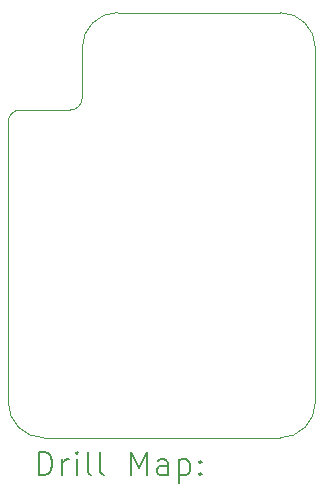
<source format=gbr>
%TF.GenerationSoftware,KiCad,Pcbnew,8.0.2*%
%TF.CreationDate,2024-05-30T14:18:01+02:00*%
%TF.ProjectId,MPPT_solar_charger_expansion_board,4d505054-5f73-46f6-9c61-725f63686172,1.00*%
%TF.SameCoordinates,Original*%
%TF.FileFunction,Drillmap*%
%TF.FilePolarity,Positive*%
%FSLAX45Y45*%
G04 Gerber Fmt 4.5, Leading zero omitted, Abs format (unit mm)*
G04 Created by KiCad (PCBNEW 8.0.2) date 2024-05-30 14:18:01*
%MOMM*%
%LPD*%
G01*
G04 APERTURE LIST*
%ADD10C,0.100000*%
%ADD11C,0.200000*%
G04 APERTURE END LIST*
D10*
X13417800Y-11339640D02*
X15417800Y-11339640D01*
X15717800Y-11039640D02*
X15717800Y-8039640D01*
X13742800Y-8039640D02*
X13742800Y-8464640D01*
X13642800Y-8564640D02*
X13217800Y-8564640D01*
X13417800Y-11339640D02*
G75*
G02*
X13117800Y-11039640I0J300000D01*
G01*
X13117800Y-8664640D02*
X13117800Y-11039640D01*
X15417800Y-7739640D02*
G75*
G02*
X15717800Y-8039640I0J-300000D01*
G01*
X13742800Y-8039640D02*
G75*
G02*
X14042800Y-7739640I300000J0D01*
G01*
X15717800Y-11039640D02*
G75*
G02*
X15417800Y-11339640I-300000J0D01*
G01*
X13742800Y-8464640D02*
G75*
G02*
X13642800Y-8564640I-100000J0D01*
G01*
X13117800Y-8664640D02*
G75*
G02*
X13217800Y-8564640I100000J0D01*
G01*
X15417800Y-7739640D02*
X14042800Y-7739640D01*
D11*
X13373577Y-11656124D02*
X13373577Y-11456124D01*
X13373577Y-11456124D02*
X13421196Y-11456124D01*
X13421196Y-11456124D02*
X13449767Y-11465648D01*
X13449767Y-11465648D02*
X13468815Y-11484695D01*
X13468815Y-11484695D02*
X13478339Y-11503743D01*
X13478339Y-11503743D02*
X13487862Y-11541838D01*
X13487862Y-11541838D02*
X13487862Y-11570409D01*
X13487862Y-11570409D02*
X13478339Y-11608505D01*
X13478339Y-11608505D02*
X13468815Y-11627552D01*
X13468815Y-11627552D02*
X13449767Y-11646600D01*
X13449767Y-11646600D02*
X13421196Y-11656124D01*
X13421196Y-11656124D02*
X13373577Y-11656124D01*
X13573577Y-11656124D02*
X13573577Y-11522790D01*
X13573577Y-11560886D02*
X13583101Y-11541838D01*
X13583101Y-11541838D02*
X13592624Y-11532314D01*
X13592624Y-11532314D02*
X13611672Y-11522790D01*
X13611672Y-11522790D02*
X13630720Y-11522790D01*
X13697386Y-11656124D02*
X13697386Y-11522790D01*
X13697386Y-11456124D02*
X13687862Y-11465648D01*
X13687862Y-11465648D02*
X13697386Y-11475171D01*
X13697386Y-11475171D02*
X13706910Y-11465648D01*
X13706910Y-11465648D02*
X13697386Y-11456124D01*
X13697386Y-11456124D02*
X13697386Y-11475171D01*
X13821196Y-11656124D02*
X13802148Y-11646600D01*
X13802148Y-11646600D02*
X13792624Y-11627552D01*
X13792624Y-11627552D02*
X13792624Y-11456124D01*
X13925958Y-11656124D02*
X13906910Y-11646600D01*
X13906910Y-11646600D02*
X13897386Y-11627552D01*
X13897386Y-11627552D02*
X13897386Y-11456124D01*
X14154529Y-11656124D02*
X14154529Y-11456124D01*
X14154529Y-11456124D02*
X14221196Y-11598981D01*
X14221196Y-11598981D02*
X14287862Y-11456124D01*
X14287862Y-11456124D02*
X14287862Y-11656124D01*
X14468815Y-11656124D02*
X14468815Y-11551362D01*
X14468815Y-11551362D02*
X14459291Y-11532314D01*
X14459291Y-11532314D02*
X14440243Y-11522790D01*
X14440243Y-11522790D02*
X14402148Y-11522790D01*
X14402148Y-11522790D02*
X14383101Y-11532314D01*
X14468815Y-11646600D02*
X14449767Y-11656124D01*
X14449767Y-11656124D02*
X14402148Y-11656124D01*
X14402148Y-11656124D02*
X14383101Y-11646600D01*
X14383101Y-11646600D02*
X14373577Y-11627552D01*
X14373577Y-11627552D02*
X14373577Y-11608505D01*
X14373577Y-11608505D02*
X14383101Y-11589457D01*
X14383101Y-11589457D02*
X14402148Y-11579933D01*
X14402148Y-11579933D02*
X14449767Y-11579933D01*
X14449767Y-11579933D02*
X14468815Y-11570409D01*
X14564053Y-11522790D02*
X14564053Y-11722790D01*
X14564053Y-11532314D02*
X14583101Y-11522790D01*
X14583101Y-11522790D02*
X14621196Y-11522790D01*
X14621196Y-11522790D02*
X14640243Y-11532314D01*
X14640243Y-11532314D02*
X14649767Y-11541838D01*
X14649767Y-11541838D02*
X14659291Y-11560886D01*
X14659291Y-11560886D02*
X14659291Y-11618028D01*
X14659291Y-11618028D02*
X14649767Y-11637076D01*
X14649767Y-11637076D02*
X14640243Y-11646600D01*
X14640243Y-11646600D02*
X14621196Y-11656124D01*
X14621196Y-11656124D02*
X14583101Y-11656124D01*
X14583101Y-11656124D02*
X14564053Y-11646600D01*
X14745005Y-11637076D02*
X14754529Y-11646600D01*
X14754529Y-11646600D02*
X14745005Y-11656124D01*
X14745005Y-11656124D02*
X14735482Y-11646600D01*
X14735482Y-11646600D02*
X14745005Y-11637076D01*
X14745005Y-11637076D02*
X14745005Y-11656124D01*
X14745005Y-11532314D02*
X14754529Y-11541838D01*
X14754529Y-11541838D02*
X14745005Y-11551362D01*
X14745005Y-11551362D02*
X14735482Y-11541838D01*
X14735482Y-11541838D02*
X14745005Y-11532314D01*
X14745005Y-11532314D02*
X14745005Y-11551362D01*
M02*

</source>
